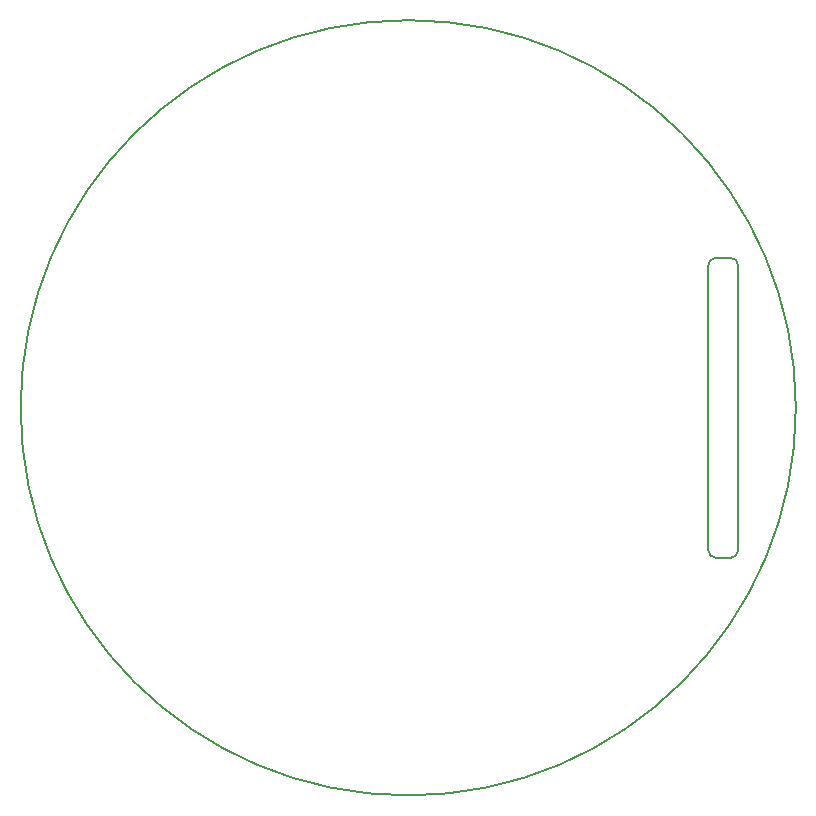
<source format=gbr>
%TF.GenerationSoftware,KiCad,Pcbnew,(6.0.9)*%
%TF.CreationDate,2023-01-23T17:19:02-06:00*%
%TF.ProjectId,pulse_ox_wearable,70756c73-655f-46f7-985f-776561726162,1*%
%TF.SameCoordinates,Original*%
%TF.FileFunction,Profile,NP*%
%FSLAX46Y46*%
G04 Gerber Fmt 4.6, Leading zero omitted, Abs format (unit mm)*
G04 Created by KiCad (PCBNEW (6.0.9)) date 2023-01-23 17:19:02*
%MOMM*%
%LPD*%
G01*
G04 APERTURE LIST*
%TA.AperFunction,Profile*%
%ADD10C,0.200000*%
%TD*%
G04 APERTURE END LIST*
D10*
X123000000Y-45000000D02*
X121740000Y-45000000D01*
X123000000Y-70400000D02*
X121740000Y-70400000D01*
X123640000Y-45640000D02*
G75*
G03*
X123000000Y-45000000I-640000J0D01*
G01*
X123000000Y-70400000D02*
G75*
G03*
X123640000Y-69760000I100J639900D01*
G01*
X121100000Y-45640000D02*
X121100000Y-57700000D01*
X121100000Y-69760000D02*
G75*
G03*
X121740000Y-70400000I640000J0D01*
G01*
X128516800Y-57700000D02*
G75*
G03*
X128516800Y-57700000I-32816800J0D01*
G01*
X121100000Y-69760000D02*
X121100000Y-57700000D01*
X121740000Y-45000000D02*
G75*
G03*
X121100000Y-45640000I100J-640100D01*
G01*
X123640000Y-57700000D02*
X123640000Y-69760000D01*
X123640000Y-57700000D02*
X123640000Y-45640000D01*
M02*

</source>
